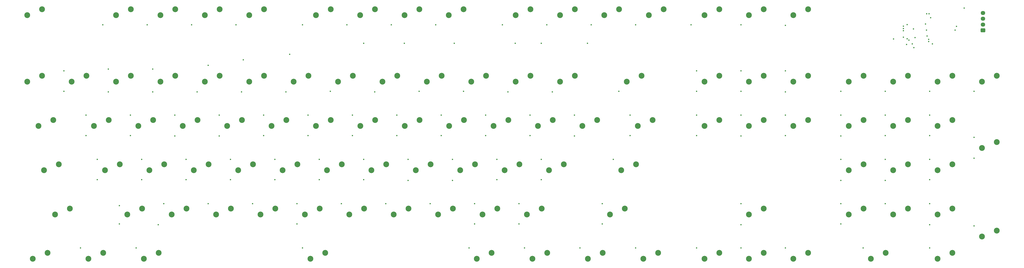
<source format=gbr>
%TF.GenerationSoftware,KiCad,Pcbnew,8.0.5*%
%TF.CreationDate,2025-06-15T08:35:03-07:00*%
%TF.ProjectId,Full Keyboard,46756c6c-204b-4657-9962-6f6172642e6b,2.0.0*%
%TF.SameCoordinates,Original*%
%TF.FileFunction,Copper,L3,Inr*%
%TF.FilePolarity,Positive*%
%FSLAX46Y46*%
G04 Gerber Fmt 4.6, Leading zero omitted, Abs format (unit mm)*
G04 Created by KiCad (PCBNEW 8.0.5) date 2025-06-15 08:35:03*
%MOMM*%
%LPD*%
G01*
G04 APERTURE LIST*
G04 Aperture macros list*
%AMRoundRect*
0 Rectangle with rounded corners*
0 $1 Rounding radius*
0 $2 $3 $4 $5 $6 $7 $8 $9 X,Y pos of 4 corners*
0 Add a 4 corners polygon primitive as box body*
4,1,4,$2,$3,$4,$5,$6,$7,$8,$9,$2,$3,0*
0 Add four circle primitives for the rounded corners*
1,1,$1+$1,$2,$3*
1,1,$1+$1,$4,$5*
1,1,$1+$1,$6,$7*
1,1,$1+$1,$8,$9*
0 Add four rect primitives between the rounded corners*
20,1,$1+$1,$2,$3,$4,$5,0*
20,1,$1+$1,$4,$5,$6,$7,0*
20,1,$1+$1,$6,$7,$8,$9,0*
20,1,$1+$1,$8,$9,$2,$3,0*%
G04 Aperture macros list end*
%TA.AperFunction,ComponentPad*%
%ADD10C,2.500000*%
%TD*%
%TA.AperFunction,ComponentPad*%
%ADD11RoundRect,0.250000X0.725000X-0.600000X0.725000X0.600000X-0.725000X0.600000X-0.725000X-0.600000X0*%
%TD*%
%TA.AperFunction,ComponentPad*%
%ADD12O,1.950000X1.700000*%
%TD*%
%TA.AperFunction,ViaPad*%
%ADD13C,0.600000*%
%TD*%
G04 APERTURE END LIST*
D10*
%TO.N,Col12*%
%TO.C,}1*%
X347059946Y-274670029D03*
%TO.N,Net-(D50-A)*%
X353409946Y-272130029D03*
%TD*%
%TO.N,Col11*%
%TO.C,{1*%
X328009946Y-274670029D03*
%TO.N,Net-(D49-A)*%
X334359946Y-272130029D03*
%TD*%
%TO.N,Col13*%
%TO.C,\u005C1*%
X370872446Y-274670029D03*
%TO.N,Net-(D51-A)*%
X377222446Y-272130029D03*
%TD*%
%TO.N,Col1*%
%TO.C,Z1*%
X151797446Y-312770029D03*
%TO.N,Net-(D76-A)*%
X158147446Y-310230029D03*
%TD*%
%TO.N,Col6*%
%TO.C,Y1*%
X232759946Y-274670029D03*
%TO.N,Net-(D44-A)*%
X239109946Y-272130029D03*
%TD*%
%TO.N,Col2*%
%TO.C,X1*%
X170847446Y-312770029D03*
%TO.N,Net-(D77-A)*%
X177197446Y-310230029D03*
%TD*%
%TO.N,Col2*%
%TO.C,W1*%
X156559946Y-274670029D03*
%TO.N,Net-(D40-A)*%
X162909946Y-272130029D03*
%TD*%
%TO.N,Col4*%
%TO.C,V1*%
X208947446Y-312770029D03*
%TO.N,Net-(D79-A)*%
X215297446Y-310230029D03*
%TD*%
%TO.N,Col15*%
%TO.C,UpArrow1*%
X418497446Y-312770029D03*
%TO.N,Net-(D87-A)*%
X424847446Y-310230029D03*
%TD*%
%TO.N,Col7*%
%TO.C,U2*%
X251809946Y-274670029D03*
%TO.N,Net-(D45-A)*%
X258159946Y-272130029D03*
%TD*%
%TO.N,Col0*%
%TO.C,Tilde1*%
X108934946Y-255620029D03*
%TO.N,Net-(D17-A)*%
X115284946Y-253080029D03*
%TD*%
%TO.N,Col0*%
%TO.C,Tab1*%
X113697446Y-274670029D03*
%TO.N,Net-(D38-A)*%
X120047446Y-272130029D03*
%TD*%
%TO.N,Col5*%
%TO.C,T1*%
X213709946Y-274670029D03*
%TO.N,Net-(D43-A)*%
X220059946Y-272130029D03*
%TD*%
%TO.N,Col5*%
%TO.C,Space1*%
X230378696Y-331820029D03*
%TO.N,Net-(D95-A)*%
X236728696Y-329280029D03*
%TD*%
%TO.N,Col0*%
%TO.C,Shift1*%
X120841196Y-312770029D03*
%TO.N,Net-(D75-A)*%
X127191196Y-310230029D03*
%TD*%
%TO.N,Col15*%
%TO.C,ScrollLock1*%
X418497446Y-227045029D03*
%TO.N,Net-(D14-A)*%
X424847446Y-224505029D03*
%TD*%
%TO.N,Col2*%
%TO.C,S1*%
X161322446Y-293720029D03*
%TO.N,Net-(D61-A)*%
X167672446Y-291180029D03*
%TD*%
%TO.N,Col10*%
%TO.C,RightWin1*%
X325628696Y-331820029D03*
%TO.N,Net-(D97-A)*%
X331978696Y-329280029D03*
%TD*%
%TO.N,Col11*%
%TO.C,RightShift1*%
X358966196Y-312770029D03*
%TO.N,Net-(D86-A)*%
X365316196Y-310230029D03*
%TD*%
%TO.N,Col13*%
%TO.C,RightControl1*%
X373253696Y-331820029D03*
%TO.N,Net-(D99-A)*%
X379603696Y-329280029D03*
%TD*%
%TO.N,Col16*%
%TO.C,RightArrow1*%
X437547446Y-331820029D03*
%TO.N,Net-(D102-A)*%
X443897446Y-329280029D03*
%TD*%
%TO.N,Col9*%
%TO.C,RightAlt1*%
X301816196Y-331820029D03*
%TO.N,Net-(D96-A)*%
X308166196Y-329280029D03*
%TD*%
%TO.N,Col4*%
%TO.C,R4*%
X194659946Y-274670029D03*
%TO.N,Net-(D42-A)*%
X201009946Y-272130029D03*
%TD*%
%TO.N,Col1*%
%TO.C,Q1*%
X137509946Y-274670029D03*
%TO.N,Net-(D39-A)*%
X143859946Y-272130029D03*
%TD*%
%TO.N,Col14*%
%TO.C,PrtSc1*%
X399447446Y-227045029D03*
%TO.N,Net-(D13-A)*%
X405797446Y-224505029D03*
%TD*%
%TO.N,Col16*%
%TO.C,PgUp1*%
X437547446Y-255620029D03*
%TO.N,Net-(D33-A)*%
X443897446Y-253080029D03*
%TD*%
%TO.N,Col16*%
%TO.C,PgDn1*%
X437547446Y-274670029D03*
%TO.N,Net-(D54-A)*%
X443897446Y-272130029D03*
%TD*%
%TO.N,Col16*%
%TO.C,PauseBreak1*%
X437547446Y-227045029D03*
%TO.N,Net-(D15-A)*%
X443897446Y-224505029D03*
%TD*%
%TO.N,Col10*%
%TO.C,P1*%
X308959946Y-274670029D03*
%TO.N,Net-(D48-A)*%
X315309946Y-272130029D03*
%TD*%
%TO.N,Col9*%
%TO.C,O1*%
X289909946Y-274670029D03*
%TO.N,Net-(D47-A)*%
X296259946Y-272130029D03*
%TD*%
%TO.N,Col17*%
%TO.C,NumLock1*%
X461359946Y-255620029D03*
%TO.N,Net-(D34-A)*%
X467709946Y-253080029D03*
%TD*%
%TO.N,Col20*%
%TO.C,NumEnter1*%
X518509946Y-322295029D03*
%TO.N,Net-(D91-A)*%
X524859946Y-319755029D03*
%TD*%
%TO.N,Col19*%
%TO.C,Num9*%
X499459946Y-274670029D03*
%TO.N,Net-(D57-A)*%
X505809946Y-272130029D03*
%TD*%
%TO.N,Col18*%
%TO.C,Num8*%
X480409946Y-274670029D03*
%TO.N,Net-(D56-A)*%
X486759946Y-272130029D03*
%TD*%
%TO.N,Col17*%
%TO.C,Num7*%
X461359946Y-274670029D03*
%TO.N,Net-(D55-A)*%
X467709946Y-272130029D03*
%TD*%
%TO.N,Col19*%
%TO.C,Num6*%
X499459946Y-293720029D03*
%TO.N,Net-(D73-A)*%
X505809946Y-291180029D03*
%TD*%
%TO.N,Col18*%
%TO.C,Num5*%
X480409946Y-293720029D03*
%TO.N,Net-(D72-A)*%
X486759946Y-291180029D03*
%TD*%
%TO.N,Col17*%
%TO.C,Num4*%
X461359946Y-293720029D03*
%TO.N,Net-(D74-A)*%
X467709946Y-291180029D03*
%TD*%
%TO.N,Col19*%
%TO.C,Num3*%
X499459946Y-312770029D03*
%TO.N,Net-(D90-A)*%
X505809946Y-310230029D03*
%TD*%
%TO.N,Col18*%
%TO.C,Num2*%
X480409946Y-312770029D03*
%TO.N,Net-(D89-A)*%
X486759946Y-310230029D03*
%TD*%
%TO.N,Col17*%
%TO.C,Num1*%
X461359946Y-312770029D03*
%TO.N,Net-(D88-A)*%
X467709946Y-310230029D03*
%TD*%
%TO.N,Col17*%
%TO.C,Num0*%
X470884946Y-331820029D03*
%TO.N,Net-(D103-A)*%
X477234946Y-329280029D03*
%TD*%
%TO.N,Col18*%
%TO.C,Num/1*%
X480409946Y-255620029D03*
%TO.N,Net-(D35-A)*%
X486759946Y-253080029D03*
%TD*%
%TO.N,Col19*%
%TO.C,Num.1*%
X499459946Y-331820029D03*
%TO.N,Net-(D104-A)*%
X505809946Y-329280029D03*
%TD*%
%TO.N,Col20*%
%TO.C,Num-1*%
X518509946Y-255620029D03*
%TO.N,Net-(D37-A)*%
X524859946Y-253080029D03*
%TD*%
%TO.N,Col20*%
%TO.C,Num+1*%
X518509946Y-284195029D03*
%TO.N,Net-(D58-A)*%
X524859946Y-281655029D03*
%TD*%
%TO.N,Col19*%
%TO.C,Num\u002A1*%
X499459946Y-255620029D03*
%TO.N,Net-(D36-A)*%
X505809946Y-253080029D03*
%TD*%
%TO.N,Col6*%
%TO.C,N1*%
X247047446Y-312770029D03*
%TO.N,Net-(D81-A)*%
X253397446Y-310230029D03*
%TD*%
%TO.N,Col11*%
%TO.C,Menu1*%
X349441196Y-331820029D03*
%TO.N,Net-(D98-A)*%
X355791196Y-329280029D03*
%TD*%
%TO.N,Col7*%
%TO.C,M1*%
X266097446Y-312770029D03*
%TO.N,Net-(D82-A)*%
X272447446Y-310230029D03*
%TD*%
%TO.N,Col1*%
%TO.C,LeftWin1*%
X135128696Y-331820029D03*
%TO.N,Net-(D93-A)*%
X141478696Y-329280029D03*
%TD*%
%TO.N,Col0*%
%TO.C,LeftControl1*%
X111316196Y-331820029D03*
%TO.N,Net-(D92-A)*%
X117666196Y-329280029D03*
%TD*%
%TO.N,Col14*%
%TO.C,LeftArrow1*%
X399447446Y-331820029D03*
%TO.N,Net-(D100-A)*%
X405797446Y-329280029D03*
%TD*%
%TO.N,Col2*%
%TO.C,LeftAlt1*%
X158941196Y-331820029D03*
%TO.N,Net-(D94-A)*%
X165291196Y-329280029D03*
%TD*%
%TO.N,Col9*%
%TO.C,L1*%
X294672446Y-293720029D03*
%TO.N,Net-(D68-A)*%
X301022446Y-291180029D03*
%TD*%
%TO.N,Col8*%
%TO.C,K1*%
X275622446Y-293720029D03*
%TO.N,Net-(D67-A)*%
X281972446Y-291180029D03*
%TD*%
%TO.N,Col7*%
%TO.C,J2*%
X256572446Y-293720029D03*
%TO.N,Net-(D66-A)*%
X262922446Y-291180029D03*
%TD*%
%TO.N,Col14*%
%TO.C,Insert1*%
X399447446Y-255620029D03*
%TO.N,Net-(D31-A)*%
X405797446Y-253080029D03*
%TD*%
%TO.N,Col8*%
%TO.C,I1*%
X270859946Y-274670029D03*
%TO.N,Net-(D46-A)*%
X277209946Y-272130029D03*
%TD*%
%TO.N,Col15*%
%TO.C,Home1*%
X418497446Y-255620029D03*
%TO.N,Net-(D32-A)*%
X424847446Y-253080029D03*
%TD*%
%TO.N,Col6*%
%TO.C,H1*%
X237522446Y-293720029D03*
%TO.N,Net-(D65-A)*%
X243872446Y-291180029D03*
%TD*%
%TO.N,Col5*%
%TO.C,G1*%
X218472446Y-293720029D03*
%TO.N,Net-(D64-A)*%
X224822446Y-291180029D03*
%TD*%
%TO.N,Col1*%
%TO.C,Func1*%
X147034946Y-227045029D03*
%TO.N,Net-(D2-A)*%
X153384946Y-224505029D03*
%TD*%
%TO.N,Col4*%
%TO.C,F13*%
X199422446Y-293720029D03*
%TO.N,Net-(D63-A)*%
X205772446Y-291180029D03*
%TD*%
%TO.N,Col12*%
%TO.C,F12*%
X375614946Y-227045029D03*
%TO.N,Net-(D16-A)*%
X381964946Y-224505029D03*
%TD*%
%TO.N,Col11*%
%TO.C,F11*%
X356484946Y-227045029D03*
%TO.N,Net-(D12-A)*%
X362834946Y-224505029D03*
%TD*%
%TO.N,Col10*%
%TO.C,F10*%
X337484946Y-227045029D03*
%TO.N,Net-(D11-A)*%
X343834946Y-224505029D03*
%TD*%
%TO.N,Col9*%
%TO.C,F9*%
X318484946Y-227045029D03*
%TO.N,Net-(D10-A)*%
X324834946Y-224505029D03*
%TD*%
%TO.N,Col8*%
%TO.C,F8*%
X289759946Y-227045029D03*
%TO.N,Net-(D9-A)*%
X296109946Y-224505029D03*
%TD*%
%TO.N,Col7*%
%TO.C,F7*%
X270759946Y-227045029D03*
%TO.N,Net-(D8-A)*%
X277109946Y-224505029D03*
%TD*%
%TO.N,Col6*%
%TO.C,F6*%
X251759946Y-227045029D03*
%TO.N,Net-(D7-A)*%
X258109946Y-224505029D03*
%TD*%
%TO.N,Col5*%
%TO.C,F5*%
X232759946Y-227045029D03*
%TO.N,Net-(D6-A)*%
X239109946Y-224505029D03*
%TD*%
%TO.N,Col4*%
%TO.C,F4*%
X204184946Y-227045029D03*
%TO.N,Net-(D5-A)*%
X210534946Y-224505029D03*
%TD*%
%TO.N,Col3*%
%TO.C,F3*%
X185134946Y-227045029D03*
%TO.N,Net-(D4-A)*%
X191484946Y-224505029D03*
%TD*%
%TO.N,Col2*%
%TO.C,F2*%
X166084946Y-227045029D03*
%TO.N,Net-(D3-A)*%
X172434946Y-224505029D03*
%TD*%
%TO.N,Col0*%
%TO.C,ESC1*%
X108934946Y-227045029D03*
%TO.N,Net-(D1-A)*%
X115284946Y-224505029D03*
%TD*%
%TO.N,Col12*%
%TO.C,Enter1*%
X363728696Y-293720029D03*
%TO.N,Net-(D71-A)*%
X370078696Y-291180029D03*
%TD*%
%TO.N,Col15*%
%TO.C,End1*%
X418497446Y-274670029D03*
%TO.N,Net-(D53-A)*%
X424847446Y-272130029D03*
%TD*%
%TO.N,Col3*%
%TO.C,E1*%
X175609946Y-274670029D03*
%TO.N,Net-(D41-A)*%
X181959946Y-272130029D03*
%TD*%
%TO.N,Col15*%
%TO.C,DownArrow1*%
X418497446Y-331820029D03*
%TO.N,Net-(D101-A)*%
X424847446Y-329280029D03*
%TD*%
%TO.N,Col14*%
%TO.C,Delete1*%
X399447446Y-274670029D03*
%TO.N,Net-(D52-A)*%
X405797446Y-272130029D03*
%TD*%
%TO.N,Col3*%
%TO.C,D105*%
X180372446Y-293720029D03*
%TO.N,Net-(D62-A)*%
X186722446Y-291180029D03*
%TD*%
%TO.N,Col0*%
%TO.C,CapsLock1*%
X116078696Y-293720029D03*
%TO.N,Net-(D59-A)*%
X122428696Y-291180029D03*
%TD*%
%TO.N,Col3*%
%TO.C,C1*%
X189897446Y-312770029D03*
%TO.N,Net-(D78-A)*%
X196247446Y-310230029D03*
%TD*%
%TO.N,Col13*%
%TO.C,Backspace1*%
X366109946Y-255620029D03*
%TO.N,Net-(D30-A)*%
X372459946Y-253080029D03*
%TD*%
%TO.N,Col5*%
%TO.C,B1*%
X227997446Y-312770029D03*
%TO.N,Net-(D80-A)*%
X234347446Y-310230029D03*
%TD*%
%TO.N,Col1*%
%TO.C,A1*%
X142272446Y-293720029D03*
%TO.N,Net-(D60-A)*%
X148622446Y-291180029D03*
%TD*%
%TO.N,Col9*%
%TO.C,>1*%
X304197446Y-312770029D03*
%TO.N,Net-(D84-A)*%
X310547446Y-310230029D03*
%TD*%
%TO.N,Col8*%
%TO.C,<1*%
X285147446Y-312770029D03*
%TO.N,Net-(D83-A)*%
X291497446Y-310230029D03*
%TD*%
%TO.N,Col10*%
%TO.C,;1*%
X313722446Y-293720029D03*
%TO.N,Net-(D69-A)*%
X320072446Y-291180029D03*
%TD*%
%TO.N,Col10*%
%TO.C,"?"1*%
X323247446Y-312770029D03*
%TO.N,Net-(D85-A)*%
X329597446Y-310230029D03*
%TD*%
%TO.N,Col12*%
%TO.C,"="1*%
X337534946Y-255620029D03*
%TO.N,Net-(D29-A)*%
X343884946Y-253080029D03*
%TD*%
%TO.N,Col9*%
%TO.C,"9"1*%
X280384946Y-255620029D03*
%TO.N,Net-(D26-A)*%
X286734946Y-253080029D03*
%TD*%
%TO.N,Col8*%
%TO.C,"8"1*%
X261334946Y-255620029D03*
%TO.N,Net-(D25-A)*%
X267684946Y-253080029D03*
%TD*%
%TO.N,Col7*%
%TO.C,"7"1*%
X242284946Y-255620029D03*
%TO.N,Net-(D24-A)*%
X248634946Y-253080029D03*
%TD*%
%TO.N,Col6*%
%TO.C,"6"1*%
X223234946Y-255620029D03*
%TO.N,Net-(D23-A)*%
X229584946Y-253080029D03*
%TD*%
%TO.N,Col5*%
%TO.C,"5"1*%
X204184946Y-255620029D03*
%TO.N,Net-(D22-A)*%
X210534946Y-253080029D03*
%TD*%
%TO.N,Col4*%
%TO.C,"4"1*%
X185134946Y-255620029D03*
%TO.N,Net-(D21-A)*%
X191484946Y-253080029D03*
%TD*%
%TO.N,Col3*%
%TO.C,"3"1*%
X166084946Y-255620029D03*
%TO.N,Net-(D20-A)*%
X172434946Y-253080029D03*
%TD*%
%TO.N,Col2*%
%TO.C,"2"1*%
X147034946Y-255620029D03*
%TO.N,Net-(D19-A)*%
X153384946Y-253080029D03*
%TD*%
%TO.N,Col1*%
%TO.C,"1"1*%
X127984946Y-255620029D03*
%TO.N,Net-(D18-A)*%
X134334946Y-253080029D03*
%TD*%
%TO.N,Col11*%
%TO.C,"1*%
X332772446Y-293720029D03*
%TO.N,Net-(D70-A)*%
X339122446Y-291180029D03*
%TD*%
%TO.N,Col10*%
%TO.C,"0"1*%
X299434946Y-255620029D03*
%TO.N,Net-(D27-A)*%
X305784946Y-253080029D03*
%TD*%
%TO.N,Col11*%
%TO.C,"-"1*%
X318484946Y-255620029D03*
%TO.N,Net-(D28-A)*%
X324834946Y-253080029D03*
%TD*%
D11*
%TO.N,+3.3V*%
%TO.C,J3*%
X518969946Y-233560029D03*
D12*
%TO.N,MCU_D+*%
X518969946Y-231060029D03*
%TO.N,MCU_D-*%
X518969946Y-228560029D03*
%TO.N,GND*%
X518969946Y-226060029D03*
%TD*%
D13*
%TO.N,GND*%
X495802452Y-226452529D03*
X495632442Y-238390031D03*
X484787446Y-232735028D03*
X487197408Y-237784037D03*
X489819946Y-236635029D03*
X494969946Y-235985029D03*
X489169946Y-232985029D03*
X494319946Y-230835029D03*
X484787444Y-231752530D03*
X495632443Y-237407530D03*
X484787446Y-236485032D03*
X489319946Y-241017529D03*
X510889954Y-223940031D03*
X484787446Y-233735028D03*
X494819948Y-226452528D03*
%TO.N,+3.3V*%
X486427444Y-237195029D03*
X488609946Y-239377529D03*
X507632449Y-231872534D03*
X497272444Y-239377529D03*
X486427445Y-231042529D03*
X496512449Y-228092521D03*
%TO.N,Col20*%
X515150246Y-259745029D03*
X515150246Y-288574529D03*
X515150246Y-317685129D03*
X515150246Y-279587529D03*
%TO.N,Col1*%
X148460846Y-308954429D03*
X124649846Y-259745029D03*
X134174246Y-278793829D03*
X134174246Y-270063129D03*
X131793146Y-327209529D03*
X124649846Y-251014329D03*
X148460846Y-316891429D03*
X138936446Y-297842629D03*
X141317546Y-231171829D03*
X138936446Y-289111929D03*
%TO.N,Col13*%
X369903146Y-327209529D03*
X367522046Y-270063129D03*
X367522046Y-278793829D03*
X362759846Y-259745029D03*
%TO.N,Col2*%
X143698646Y-250220629D03*
X153223046Y-270063129D03*
X157985246Y-289111929D03*
X165128546Y-317147729D03*
X143698646Y-260001329D03*
X155604146Y-327209529D03*
X153223046Y-278793829D03*
X157985246Y-297842629D03*
X167509646Y-308160729D03*
X160366346Y-231171829D03*
%TO.N,Col8*%
X272278046Y-298098929D03*
X257991446Y-260001329D03*
X272278046Y-289111929D03*
X284183546Y-231171829D03*
X267515846Y-278793829D03*
X281802446Y-308160729D03*
X270690646Y-239108829D03*
X267515846Y-270063129D03*
%TO.N,Col10*%
X310375646Y-297842629D03*
X310375646Y-289111929D03*
X296089046Y-259745029D03*
X319900046Y-308160729D03*
X318312646Y-239108829D03*
X322281146Y-327209529D03*
X331805546Y-231171829D03*
X319900046Y-316891429D03*
X305613446Y-270063129D03*
X305613446Y-278793829D03*
%TO.N,Col11*%
X486169946Y-239660029D03*
X329424446Y-289111929D03*
X480619139Y-237259222D03*
X350854346Y-231171829D03*
X315137846Y-260001329D03*
X346092146Y-327209529D03*
X355616546Y-308160729D03*
X329424446Y-297842629D03*
X324662246Y-270063129D03*
X355616546Y-316891429D03*
X329424446Y-239108829D03*
X324662246Y-278793829D03*
%TO.N,Col9*%
X300851246Y-308160729D03*
X291326846Y-298098929D03*
X286564646Y-278793829D03*
X286564646Y-270063129D03*
X298470146Y-327209529D03*
X277040246Y-259745029D03*
X300851246Y-316891429D03*
X312756746Y-231171829D03*
X291326846Y-289111929D03*
X292120546Y-239108829D03*
%TO.N,Col6*%
X243704846Y-308160729D03*
X219893846Y-260001329D03*
X221481246Y-243871029D03*
X229418246Y-270063129D03*
X234180446Y-289111929D03*
X246085946Y-231171829D03*
X234180446Y-297842629D03*
X229418246Y-278793829D03*
%TO.N,Col3*%
X177034046Y-297842629D03*
X186558446Y-308160729D03*
X162747446Y-260001329D03*
X172271846Y-270063129D03*
X162747446Y-250220629D03*
X172271846Y-278987529D03*
X179415146Y-231171829D03*
X177034046Y-289111929D03*
%TO.N,/BOOT0*%
X506982449Y-233485029D03*
X494732446Y-233485029D03*
%TO.N,Col19*%
X496101446Y-270063129D03*
X496101446Y-259745029D03*
X496101446Y-308160729D03*
X496101446Y-297842629D03*
X496101446Y-317147729D03*
X496101446Y-278793829D03*
X496101446Y-289111929D03*
X496101446Y-327209529D03*
%TO.N,Col12*%
X334186646Y-260001329D03*
X369903146Y-231171829D03*
X343711046Y-270063129D03*
X343711046Y-278987529D03*
X360378746Y-289111929D03*
X349266946Y-239108829D03*
%TO.N,Col16*%
X434192846Y-327209529D03*
X434192846Y-260001329D03*
X434192846Y-231428129D03*
X434192846Y-251014329D03*
X434192846Y-278793829D03*
X434192846Y-270063129D03*
%TO.N,Col4*%
X196082846Y-289111929D03*
X191320646Y-278987529D03*
X205607246Y-308160729D03*
X198463946Y-231171829D03*
X186558446Y-248633229D03*
X191320646Y-270063129D03*
X196082846Y-297842629D03*
X181796246Y-260001329D03*
%TO.N,Col14*%
X393714146Y-231171829D03*
X396095246Y-251014329D03*
X396095246Y-278793829D03*
X396095246Y-270063129D03*
X396095246Y-327209529D03*
X396095246Y-259745029D03*
%TO.N,Col17*%
X458003846Y-308160729D03*
X458003846Y-289111929D03*
X458003846Y-298098929D03*
X458003846Y-316891429D03*
X458003846Y-270063129D03*
X458003846Y-278987529D03*
X467528246Y-327209529D03*
X458003846Y-259745029D03*
%TO.N,Col7*%
X262753646Y-308160729D03*
X238942646Y-259745029D03*
X253229246Y-239108829D03*
X265134746Y-231171829D03*
X248467046Y-278793829D03*
X253229246Y-297842629D03*
X248467046Y-270063129D03*
X253229246Y-289111929D03*
%TO.N,Col18*%
X477052646Y-289111929D03*
X477052646Y-270063129D03*
X477052646Y-308160729D03*
X477052646Y-298098929D03*
X477052646Y-278793829D03*
X477052646Y-259745029D03*
%TO.N,Col5*%
X200845046Y-260001329D03*
X227037146Y-327209529D03*
X210369446Y-270063129D03*
X215131646Y-297842629D03*
X215131646Y-289111929D03*
X224656046Y-308160729D03*
X210369446Y-278793829D03*
X224656046Y-316891429D03*
X201638746Y-246252129D03*
X227037146Y-231171829D03*
%TO.N,Col15*%
X415144046Y-270063129D03*
X415144046Y-259745029D03*
X415144046Y-317147729D03*
X415144046Y-251014329D03*
X415144046Y-231171829D03*
X415144046Y-327209529D03*
X415144046Y-278987529D03*
X415144046Y-308160729D03*
%TD*%
M02*

</source>
